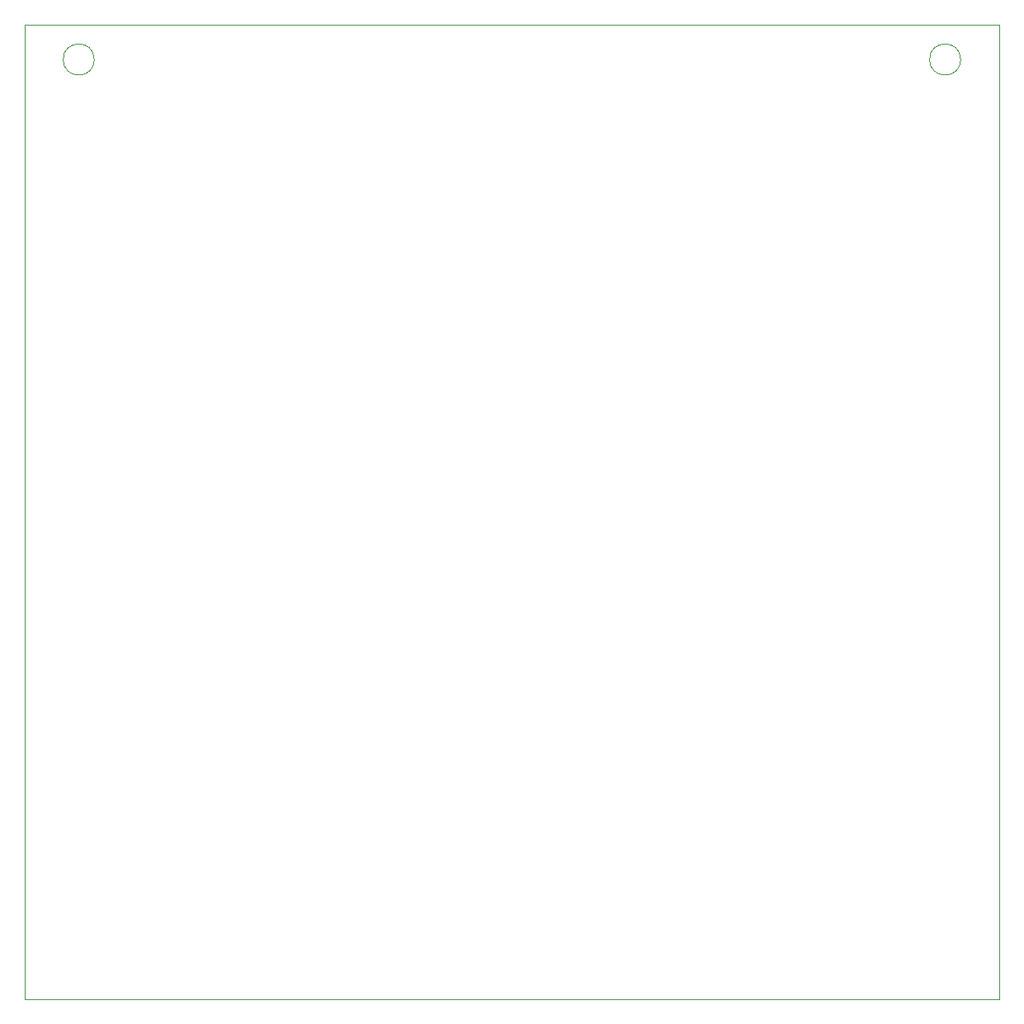
<source format=gbr>
%TF.GenerationSoftware,KiCad,Pcbnew,8.0.7*%
%TF.CreationDate,2025-02-21T01:46:00+01:00*%
%TF.ProjectId,TPB,5450422e-6b69-4636-9164-5f7063625858,1.0.0*%
%TF.SameCoordinates,Original*%
%TF.FileFunction,Profile,NP*%
%FSLAX46Y46*%
G04 Gerber Fmt 4.6, Leading zero omitted, Abs format (unit mm)*
G04 Created by KiCad (PCBNEW 8.0.7) date 2025-02-21 01:46:00*
%MOMM*%
%LPD*%
G01*
G04 APERTURE LIST*
%TA.AperFunction,Profile*%
%ADD10C,0.050000*%
%TD*%
G04 APERTURE END LIST*
D10*
X7150000Y96440000D02*
G75*
G02*
X3950000Y96440000I-1600000J0D01*
G01*
X3950000Y96440000D02*
G75*
G02*
X7150000Y96440000I1600000J0D01*
G01*
X96050000Y96440000D02*
G75*
G02*
X92850000Y96440000I-1600000J0D01*
G01*
X92850000Y96440000D02*
G75*
G02*
X96050000Y96440000I1600000J0D01*
G01*
X0Y100000000D02*
X100000000Y100000000D01*
X100000000Y0D01*
X0Y0D01*
X0Y100000000D01*
M02*

</source>
